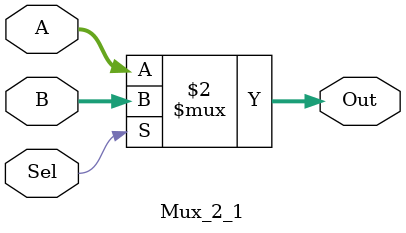
<source format=v>
`timescale 1ns / 1ps
module Mux_2_1(
	input [31:0]A,
	input [31:0]B,
	input Sel,
	output [31:0]Out
    );
	 
	 assign Out = (Sel==0)?{A}:{B};
	 
endmodule

</source>
